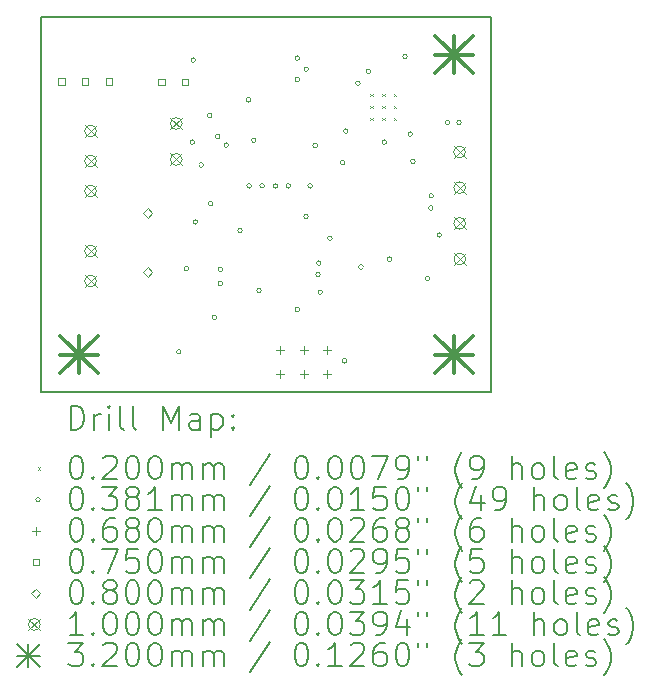
<source format=gbr>
%FSLAX45Y45*%
G04 Gerber Fmt 4.5, Leading zero omitted, Abs format (unit mm)*
G04 Created by KiCad (PCBNEW 6.0.0) date 2022-02-03 15:02:12*
%MOMM*%
%LPD*%
G01*
G04 APERTURE LIST*
%TA.AperFunction,Profile*%
%ADD10C,0.150000*%
%TD*%
%ADD11C,0.200000*%
%ADD12C,0.020000*%
%ADD13C,0.038100*%
%ADD14C,0.068000*%
%ADD15C,0.075000*%
%ADD16C,0.080000*%
%ADD17C,0.100000*%
%ADD18C,0.320000*%
G04 APERTURE END LIST*
D10*
X16510000Y-9461500D02*
X12700000Y-9461500D01*
X12700000Y-9461500D02*
X12700000Y-6286500D01*
X12700000Y-6286500D02*
X16510000Y-6286500D01*
X16510000Y-6286500D02*
X16510000Y-9461500D01*
D11*
D12*
X15488000Y-6937000D02*
X15508000Y-6957000D01*
X15508000Y-6937000D02*
X15488000Y-6957000D01*
X15488000Y-7037000D02*
X15508000Y-7057000D01*
X15508000Y-7037000D02*
X15488000Y-7057000D01*
X15488000Y-7137000D02*
X15508000Y-7157000D01*
X15508000Y-7137000D02*
X15488000Y-7157000D01*
X15588000Y-7037000D02*
X15608000Y-7057000D01*
X15608000Y-7037000D02*
X15588000Y-7057000D01*
X15588000Y-7137000D02*
X15608000Y-7157000D01*
X15608000Y-7137000D02*
X15588000Y-7157000D01*
X15588000Y-6937000D02*
X15608000Y-6957000D01*
X15608000Y-6937000D02*
X15588000Y-6957000D01*
X15688000Y-6937000D02*
X15708000Y-6957000D01*
X15708000Y-6937000D02*
X15688000Y-6957000D01*
X15688000Y-7037000D02*
X15708000Y-7057000D01*
X15708000Y-7037000D02*
X15688000Y-7057000D01*
X15688000Y-7137000D02*
X15708000Y-7157000D01*
X15708000Y-7137000D02*
X15688000Y-7157000D01*
D13*
X13884910Y-9121140D02*
G75*
G03*
X13884910Y-9121140I-19050J0D01*
G01*
X13948410Y-8417560D02*
G75*
G03*
X13948410Y-8417560I-19050J0D01*
G01*
X13999050Y-7345000D02*
G75*
G03*
X13999050Y-7345000I-19050J0D01*
G01*
X14006830Y-6650990D02*
G75*
G03*
X14006830Y-6650990I-19050J0D01*
G01*
X14024610Y-8021320D02*
G75*
G03*
X14024610Y-8021320I-19050J0D01*
G01*
X14072870Y-7538820D02*
G75*
G03*
X14072870Y-7538820I-19050J0D01*
G01*
X14145470Y-7119620D02*
G75*
G03*
X14145470Y-7119620I-19050J0D01*
G01*
X14154405Y-7866330D02*
G75*
G03*
X14154405Y-7866330I-19050J0D01*
G01*
X14184630Y-8829040D02*
G75*
G03*
X14184630Y-8829040I-19050J0D01*
G01*
X14214050Y-7297421D02*
G75*
G03*
X14214050Y-7297421I-19050J0D01*
G01*
X14236050Y-8542000D02*
G75*
G03*
X14236050Y-8542000I-19050J0D01*
G01*
X14237050Y-8422000D02*
G75*
G03*
X14237050Y-8422000I-19050J0D01*
G01*
X14285130Y-7370000D02*
G75*
G03*
X14285130Y-7370000I-19050J0D01*
G01*
X14403050Y-8094080D02*
G75*
G03*
X14403050Y-8094080I-19050J0D01*
G01*
X14474050Y-6987500D02*
G75*
G03*
X14474050Y-6987500I-19050J0D01*
G01*
X14479050Y-7716163D02*
G75*
G03*
X14479050Y-7716163I-19050J0D01*
G01*
X14519050Y-7330000D02*
G75*
G03*
X14519050Y-7330000I-19050J0D01*
G01*
X14564050Y-8602500D02*
G75*
G03*
X14564050Y-8602500I-19050J0D01*
G01*
X14589050Y-7716163D02*
G75*
G03*
X14589050Y-7716163I-19050J0D01*
G01*
X14702530Y-7716163D02*
G75*
G03*
X14702530Y-7716163I-19050J0D01*
G01*
X14812050Y-7716163D02*
G75*
G03*
X14812050Y-7716163I-19050J0D01*
G01*
X14887800Y-6634375D02*
G75*
G03*
X14887800Y-6634375I-19050J0D01*
G01*
X14887800Y-6815625D02*
G75*
G03*
X14887800Y-6815625I-19050J0D01*
G01*
X14888210Y-8763000D02*
G75*
G03*
X14888210Y-8763000I-19050J0D01*
G01*
X14961868Y-7975600D02*
G75*
G03*
X14961868Y-7975600I-19050J0D01*
G01*
X14962800Y-6728125D02*
G75*
G03*
X14962800Y-6728125I-19050J0D01*
G01*
X14995760Y-7716163D02*
G75*
G03*
X14995760Y-7716163I-19050J0D01*
G01*
X15039050Y-7374080D02*
G75*
G03*
X15039050Y-7374080I-19050J0D01*
G01*
X15062392Y-8465590D02*
G75*
G03*
X15062392Y-8465590I-19050J0D01*
G01*
X15069058Y-8369300D02*
G75*
G03*
X15069058Y-8369300I-19050J0D01*
G01*
X15081250Y-8615680D02*
G75*
G03*
X15081250Y-8615680I-19050J0D01*
G01*
X15163532Y-8158677D02*
G75*
G03*
X15163532Y-8158677I-19050J0D01*
G01*
X15272258Y-7519924D02*
G75*
G03*
X15272258Y-7519924I-19050J0D01*
G01*
X15287050Y-9197000D02*
G75*
G03*
X15287050Y-9197000I-19050J0D01*
G01*
X15297150Y-7251700D02*
G75*
G03*
X15297150Y-7251700I-19050J0D01*
G01*
X15401290Y-6846080D02*
G75*
G03*
X15401290Y-6846080I-19050J0D01*
G01*
X15426690Y-8402320D02*
G75*
G03*
X15426690Y-8402320I-19050J0D01*
G01*
X15488920Y-6746240D02*
G75*
G03*
X15488920Y-6746240I-19050J0D01*
G01*
X15624810Y-7345680D02*
G75*
G03*
X15624810Y-7345680I-19050J0D01*
G01*
X15667920Y-8336280D02*
G75*
G03*
X15667920Y-8336280I-19050J0D01*
G01*
X15799050Y-6620000D02*
G75*
G03*
X15799050Y-6620000I-19050J0D01*
G01*
X15843250Y-7277100D02*
G75*
G03*
X15843250Y-7277100I-19050J0D01*
G01*
X15866110Y-7508240D02*
G75*
G03*
X15866110Y-7508240I-19050J0D01*
G01*
X15990570Y-8498840D02*
G75*
G03*
X15990570Y-8498840I-19050J0D01*
G01*
X16018510Y-7903210D02*
G75*
G03*
X16018510Y-7903210I-19050J0D01*
G01*
X16021050Y-7799580D02*
G75*
G03*
X16021050Y-7799580I-19050J0D01*
G01*
X16089630Y-8131810D02*
G75*
G03*
X16089630Y-8131810I-19050J0D01*
G01*
X16159757Y-7180053D02*
G75*
G03*
X16159757Y-7180053I-19050J0D01*
G01*
X16257270Y-7180580D02*
G75*
G03*
X16257270Y-7180580I-19050J0D01*
G01*
D14*
X14722500Y-9073500D02*
X14722500Y-9141500D01*
X14688500Y-9107500D02*
X14756500Y-9107500D01*
X14722500Y-9273500D02*
X14722500Y-9341500D01*
X14688500Y-9307500D02*
X14756500Y-9307500D01*
X14922500Y-9073500D02*
X14922500Y-9141500D01*
X14888500Y-9107500D02*
X14956500Y-9107500D01*
X14922500Y-9273500D02*
X14922500Y-9341500D01*
X14888500Y-9307500D02*
X14956500Y-9307500D01*
X15122500Y-9073500D02*
X15122500Y-9141500D01*
X15088500Y-9107500D02*
X15156500Y-9107500D01*
X15122500Y-9273500D02*
X15122500Y-9341500D01*
X15088500Y-9307500D02*
X15156500Y-9307500D01*
D15*
X12898017Y-6859117D02*
X12898017Y-6806083D01*
X12844983Y-6806083D01*
X12844983Y-6859117D01*
X12898017Y-6859117D01*
X13098017Y-6859117D02*
X13098017Y-6806083D01*
X13044983Y-6806083D01*
X13044983Y-6859117D01*
X13098017Y-6859117D01*
X13298017Y-6859117D02*
X13298017Y-6806083D01*
X13244983Y-6806083D01*
X13244983Y-6859117D01*
X13298017Y-6859117D01*
X13745267Y-6860892D02*
X13745267Y-6807858D01*
X13692233Y-6807858D01*
X13692233Y-6860892D01*
X13745267Y-6860892D01*
X13945267Y-6860892D02*
X13945267Y-6807858D01*
X13892233Y-6807858D01*
X13892233Y-6860892D01*
X13945267Y-6860892D01*
D16*
X13602208Y-7984860D02*
X13642208Y-7944860D01*
X13602208Y-7904860D01*
X13562208Y-7944860D01*
X13602208Y-7984860D01*
X13602208Y-8484860D02*
X13642208Y-8444860D01*
X13602208Y-8404860D01*
X13562208Y-8444860D01*
X13602208Y-8484860D01*
D17*
X13069100Y-7201700D02*
X13169100Y-7301700D01*
X13169100Y-7201700D02*
X13069100Y-7301700D01*
X13169100Y-7251700D02*
G75*
G03*
X13169100Y-7251700I-50000J0D01*
G01*
X13069100Y-7455700D02*
X13169100Y-7555700D01*
X13169100Y-7455700D02*
X13069100Y-7555700D01*
X13169100Y-7505700D02*
G75*
G03*
X13169100Y-7505700I-50000J0D01*
G01*
X13069100Y-7709700D02*
X13169100Y-7809700D01*
X13169100Y-7709700D02*
X13069100Y-7809700D01*
X13169100Y-7759700D02*
G75*
G03*
X13169100Y-7759700I-50000J0D01*
G01*
X13069100Y-8217700D02*
X13169100Y-8317700D01*
X13169100Y-8217700D02*
X13069100Y-8317700D01*
X13169100Y-8267700D02*
G75*
G03*
X13169100Y-8267700I-50000J0D01*
G01*
X13069100Y-8471700D02*
X13169100Y-8571700D01*
X13169100Y-8471700D02*
X13069100Y-8571700D01*
X13169100Y-8521700D02*
G75*
G03*
X13169100Y-8521700I-50000J0D01*
G01*
X13793000Y-7138200D02*
X13893000Y-7238200D01*
X13893000Y-7138200D02*
X13793000Y-7238200D01*
X13893000Y-7188200D02*
G75*
G03*
X13893000Y-7188200I-50000J0D01*
G01*
X13793000Y-7441730D02*
X13893000Y-7541730D01*
X13893000Y-7441730D02*
X13793000Y-7541730D01*
X13893000Y-7491730D02*
G75*
G03*
X13893000Y-7491730I-50000J0D01*
G01*
X16193000Y-7380000D02*
X16293000Y-7480000D01*
X16293000Y-7380000D02*
X16193000Y-7480000D01*
X16293000Y-7430000D02*
G75*
G03*
X16293000Y-7430000I-50000J0D01*
G01*
X16193000Y-7681000D02*
X16293000Y-7781000D01*
X16293000Y-7681000D02*
X16193000Y-7781000D01*
X16293000Y-7731000D02*
G75*
G03*
X16293000Y-7731000I-50000J0D01*
G01*
X16193000Y-7983000D02*
X16293000Y-8083000D01*
X16293000Y-7983000D02*
X16193000Y-8083000D01*
X16293000Y-8033000D02*
G75*
G03*
X16293000Y-8033000I-50000J0D01*
G01*
X16194000Y-8285000D02*
X16294000Y-8385000D01*
X16294000Y-8285000D02*
X16194000Y-8385000D01*
X16294000Y-8335000D02*
G75*
G03*
X16294000Y-8335000I-50000J0D01*
G01*
D18*
X12857500Y-8984000D02*
X13177500Y-9304000D01*
X13177500Y-8984000D02*
X12857500Y-9304000D01*
X13017500Y-8984000D02*
X13017500Y-9304000D01*
X12857500Y-9144000D02*
X13177500Y-9144000D01*
X16032500Y-6444000D02*
X16352500Y-6764000D01*
X16352500Y-6444000D02*
X16032500Y-6764000D01*
X16192500Y-6444000D02*
X16192500Y-6764000D01*
X16032500Y-6604000D02*
X16352500Y-6604000D01*
X16032500Y-8984000D02*
X16352500Y-9304000D01*
X16352500Y-8984000D02*
X16032500Y-9304000D01*
X16192500Y-8984000D02*
X16192500Y-9304000D01*
X16032500Y-9144000D02*
X16352500Y-9144000D01*
D11*
X12950119Y-9779476D02*
X12950119Y-9579476D01*
X12997738Y-9579476D01*
X13026309Y-9589000D01*
X13045357Y-9608048D01*
X13054881Y-9627095D01*
X13064405Y-9665190D01*
X13064405Y-9693762D01*
X13054881Y-9731857D01*
X13045357Y-9750905D01*
X13026309Y-9769952D01*
X12997738Y-9779476D01*
X12950119Y-9779476D01*
X13150119Y-9779476D02*
X13150119Y-9646143D01*
X13150119Y-9684238D02*
X13159643Y-9665190D01*
X13169167Y-9655667D01*
X13188214Y-9646143D01*
X13207262Y-9646143D01*
X13273928Y-9779476D02*
X13273928Y-9646143D01*
X13273928Y-9579476D02*
X13264405Y-9589000D01*
X13273928Y-9598524D01*
X13283452Y-9589000D01*
X13273928Y-9579476D01*
X13273928Y-9598524D01*
X13397738Y-9779476D02*
X13378690Y-9769952D01*
X13369167Y-9750905D01*
X13369167Y-9579476D01*
X13502500Y-9779476D02*
X13483452Y-9769952D01*
X13473928Y-9750905D01*
X13473928Y-9579476D01*
X13731071Y-9779476D02*
X13731071Y-9579476D01*
X13797738Y-9722333D01*
X13864405Y-9579476D01*
X13864405Y-9779476D01*
X14045357Y-9779476D02*
X14045357Y-9674714D01*
X14035833Y-9655667D01*
X14016786Y-9646143D01*
X13978690Y-9646143D01*
X13959643Y-9655667D01*
X14045357Y-9769952D02*
X14026309Y-9779476D01*
X13978690Y-9779476D01*
X13959643Y-9769952D01*
X13950119Y-9750905D01*
X13950119Y-9731857D01*
X13959643Y-9712810D01*
X13978690Y-9703286D01*
X14026309Y-9703286D01*
X14045357Y-9693762D01*
X14140595Y-9646143D02*
X14140595Y-9846143D01*
X14140595Y-9655667D02*
X14159643Y-9646143D01*
X14197738Y-9646143D01*
X14216786Y-9655667D01*
X14226309Y-9665190D01*
X14235833Y-9684238D01*
X14235833Y-9741381D01*
X14226309Y-9760429D01*
X14216786Y-9769952D01*
X14197738Y-9779476D01*
X14159643Y-9779476D01*
X14140595Y-9769952D01*
X14321548Y-9760429D02*
X14331071Y-9769952D01*
X14321548Y-9779476D01*
X14312024Y-9769952D01*
X14321548Y-9760429D01*
X14321548Y-9779476D01*
X14321548Y-9655667D02*
X14331071Y-9665190D01*
X14321548Y-9674714D01*
X14312024Y-9665190D01*
X14321548Y-9655667D01*
X14321548Y-9674714D01*
D12*
X12672500Y-10099000D02*
X12692500Y-10119000D01*
X12692500Y-10099000D02*
X12672500Y-10119000D01*
D11*
X12988214Y-9999476D02*
X13007262Y-9999476D01*
X13026309Y-10009000D01*
X13035833Y-10018524D01*
X13045357Y-10037571D01*
X13054881Y-10075667D01*
X13054881Y-10123286D01*
X13045357Y-10161381D01*
X13035833Y-10180429D01*
X13026309Y-10189952D01*
X13007262Y-10199476D01*
X12988214Y-10199476D01*
X12969167Y-10189952D01*
X12959643Y-10180429D01*
X12950119Y-10161381D01*
X12940595Y-10123286D01*
X12940595Y-10075667D01*
X12950119Y-10037571D01*
X12959643Y-10018524D01*
X12969167Y-10009000D01*
X12988214Y-9999476D01*
X13140595Y-10180429D02*
X13150119Y-10189952D01*
X13140595Y-10199476D01*
X13131071Y-10189952D01*
X13140595Y-10180429D01*
X13140595Y-10199476D01*
X13226309Y-10018524D02*
X13235833Y-10009000D01*
X13254881Y-9999476D01*
X13302500Y-9999476D01*
X13321548Y-10009000D01*
X13331071Y-10018524D01*
X13340595Y-10037571D01*
X13340595Y-10056619D01*
X13331071Y-10085190D01*
X13216786Y-10199476D01*
X13340595Y-10199476D01*
X13464405Y-9999476D02*
X13483452Y-9999476D01*
X13502500Y-10009000D01*
X13512024Y-10018524D01*
X13521548Y-10037571D01*
X13531071Y-10075667D01*
X13531071Y-10123286D01*
X13521548Y-10161381D01*
X13512024Y-10180429D01*
X13502500Y-10189952D01*
X13483452Y-10199476D01*
X13464405Y-10199476D01*
X13445357Y-10189952D01*
X13435833Y-10180429D01*
X13426309Y-10161381D01*
X13416786Y-10123286D01*
X13416786Y-10075667D01*
X13426309Y-10037571D01*
X13435833Y-10018524D01*
X13445357Y-10009000D01*
X13464405Y-9999476D01*
X13654881Y-9999476D02*
X13673928Y-9999476D01*
X13692976Y-10009000D01*
X13702500Y-10018524D01*
X13712024Y-10037571D01*
X13721548Y-10075667D01*
X13721548Y-10123286D01*
X13712024Y-10161381D01*
X13702500Y-10180429D01*
X13692976Y-10189952D01*
X13673928Y-10199476D01*
X13654881Y-10199476D01*
X13635833Y-10189952D01*
X13626309Y-10180429D01*
X13616786Y-10161381D01*
X13607262Y-10123286D01*
X13607262Y-10075667D01*
X13616786Y-10037571D01*
X13626309Y-10018524D01*
X13635833Y-10009000D01*
X13654881Y-9999476D01*
X13807262Y-10199476D02*
X13807262Y-10066143D01*
X13807262Y-10085190D02*
X13816786Y-10075667D01*
X13835833Y-10066143D01*
X13864405Y-10066143D01*
X13883452Y-10075667D01*
X13892976Y-10094714D01*
X13892976Y-10199476D01*
X13892976Y-10094714D02*
X13902500Y-10075667D01*
X13921548Y-10066143D01*
X13950119Y-10066143D01*
X13969167Y-10075667D01*
X13978690Y-10094714D01*
X13978690Y-10199476D01*
X14073928Y-10199476D02*
X14073928Y-10066143D01*
X14073928Y-10085190D02*
X14083452Y-10075667D01*
X14102500Y-10066143D01*
X14131071Y-10066143D01*
X14150119Y-10075667D01*
X14159643Y-10094714D01*
X14159643Y-10199476D01*
X14159643Y-10094714D02*
X14169167Y-10075667D01*
X14188214Y-10066143D01*
X14216786Y-10066143D01*
X14235833Y-10075667D01*
X14245357Y-10094714D01*
X14245357Y-10199476D01*
X14635833Y-9989952D02*
X14464405Y-10247095D01*
X14892976Y-9999476D02*
X14912024Y-9999476D01*
X14931071Y-10009000D01*
X14940595Y-10018524D01*
X14950119Y-10037571D01*
X14959643Y-10075667D01*
X14959643Y-10123286D01*
X14950119Y-10161381D01*
X14940595Y-10180429D01*
X14931071Y-10189952D01*
X14912024Y-10199476D01*
X14892976Y-10199476D01*
X14873928Y-10189952D01*
X14864405Y-10180429D01*
X14854881Y-10161381D01*
X14845357Y-10123286D01*
X14845357Y-10075667D01*
X14854881Y-10037571D01*
X14864405Y-10018524D01*
X14873928Y-10009000D01*
X14892976Y-9999476D01*
X15045357Y-10180429D02*
X15054881Y-10189952D01*
X15045357Y-10199476D01*
X15035833Y-10189952D01*
X15045357Y-10180429D01*
X15045357Y-10199476D01*
X15178690Y-9999476D02*
X15197738Y-9999476D01*
X15216786Y-10009000D01*
X15226309Y-10018524D01*
X15235833Y-10037571D01*
X15245357Y-10075667D01*
X15245357Y-10123286D01*
X15235833Y-10161381D01*
X15226309Y-10180429D01*
X15216786Y-10189952D01*
X15197738Y-10199476D01*
X15178690Y-10199476D01*
X15159643Y-10189952D01*
X15150119Y-10180429D01*
X15140595Y-10161381D01*
X15131071Y-10123286D01*
X15131071Y-10075667D01*
X15140595Y-10037571D01*
X15150119Y-10018524D01*
X15159643Y-10009000D01*
X15178690Y-9999476D01*
X15369167Y-9999476D02*
X15388214Y-9999476D01*
X15407262Y-10009000D01*
X15416786Y-10018524D01*
X15426309Y-10037571D01*
X15435833Y-10075667D01*
X15435833Y-10123286D01*
X15426309Y-10161381D01*
X15416786Y-10180429D01*
X15407262Y-10189952D01*
X15388214Y-10199476D01*
X15369167Y-10199476D01*
X15350119Y-10189952D01*
X15340595Y-10180429D01*
X15331071Y-10161381D01*
X15321548Y-10123286D01*
X15321548Y-10075667D01*
X15331071Y-10037571D01*
X15340595Y-10018524D01*
X15350119Y-10009000D01*
X15369167Y-9999476D01*
X15502500Y-9999476D02*
X15635833Y-9999476D01*
X15550119Y-10199476D01*
X15721548Y-10199476D02*
X15759643Y-10199476D01*
X15778690Y-10189952D01*
X15788214Y-10180429D01*
X15807262Y-10151857D01*
X15816786Y-10113762D01*
X15816786Y-10037571D01*
X15807262Y-10018524D01*
X15797738Y-10009000D01*
X15778690Y-9999476D01*
X15740595Y-9999476D01*
X15721548Y-10009000D01*
X15712024Y-10018524D01*
X15702500Y-10037571D01*
X15702500Y-10085190D01*
X15712024Y-10104238D01*
X15721548Y-10113762D01*
X15740595Y-10123286D01*
X15778690Y-10123286D01*
X15797738Y-10113762D01*
X15807262Y-10104238D01*
X15816786Y-10085190D01*
X15892976Y-9999476D02*
X15892976Y-10037571D01*
X15969167Y-9999476D02*
X15969167Y-10037571D01*
X16264405Y-10275667D02*
X16254881Y-10266143D01*
X16235833Y-10237571D01*
X16226309Y-10218524D01*
X16216786Y-10189952D01*
X16207262Y-10142333D01*
X16207262Y-10104238D01*
X16216786Y-10056619D01*
X16226309Y-10028048D01*
X16235833Y-10009000D01*
X16254881Y-9980429D01*
X16264405Y-9970905D01*
X16350119Y-10199476D02*
X16388214Y-10199476D01*
X16407262Y-10189952D01*
X16416786Y-10180429D01*
X16435833Y-10151857D01*
X16445357Y-10113762D01*
X16445357Y-10037571D01*
X16435833Y-10018524D01*
X16426309Y-10009000D01*
X16407262Y-9999476D01*
X16369167Y-9999476D01*
X16350119Y-10009000D01*
X16340595Y-10018524D01*
X16331071Y-10037571D01*
X16331071Y-10085190D01*
X16340595Y-10104238D01*
X16350119Y-10113762D01*
X16369167Y-10123286D01*
X16407262Y-10123286D01*
X16426309Y-10113762D01*
X16435833Y-10104238D01*
X16445357Y-10085190D01*
X16683452Y-10199476D02*
X16683452Y-9999476D01*
X16769167Y-10199476D02*
X16769167Y-10094714D01*
X16759643Y-10075667D01*
X16740595Y-10066143D01*
X16712024Y-10066143D01*
X16692976Y-10075667D01*
X16683452Y-10085190D01*
X16892976Y-10199476D02*
X16873929Y-10189952D01*
X16864405Y-10180429D01*
X16854881Y-10161381D01*
X16854881Y-10104238D01*
X16864405Y-10085190D01*
X16873929Y-10075667D01*
X16892976Y-10066143D01*
X16921548Y-10066143D01*
X16940595Y-10075667D01*
X16950119Y-10085190D01*
X16959643Y-10104238D01*
X16959643Y-10161381D01*
X16950119Y-10180429D01*
X16940595Y-10189952D01*
X16921548Y-10199476D01*
X16892976Y-10199476D01*
X17073929Y-10199476D02*
X17054881Y-10189952D01*
X17045357Y-10170905D01*
X17045357Y-9999476D01*
X17226310Y-10189952D02*
X17207262Y-10199476D01*
X17169167Y-10199476D01*
X17150119Y-10189952D01*
X17140595Y-10170905D01*
X17140595Y-10094714D01*
X17150119Y-10075667D01*
X17169167Y-10066143D01*
X17207262Y-10066143D01*
X17226310Y-10075667D01*
X17235833Y-10094714D01*
X17235833Y-10113762D01*
X17140595Y-10132810D01*
X17312024Y-10189952D02*
X17331071Y-10199476D01*
X17369167Y-10199476D01*
X17388214Y-10189952D01*
X17397738Y-10170905D01*
X17397738Y-10161381D01*
X17388214Y-10142333D01*
X17369167Y-10132810D01*
X17340595Y-10132810D01*
X17321548Y-10123286D01*
X17312024Y-10104238D01*
X17312024Y-10094714D01*
X17321548Y-10075667D01*
X17340595Y-10066143D01*
X17369167Y-10066143D01*
X17388214Y-10075667D01*
X17464405Y-10275667D02*
X17473929Y-10266143D01*
X17492976Y-10237571D01*
X17502500Y-10218524D01*
X17512024Y-10189952D01*
X17521548Y-10142333D01*
X17521548Y-10104238D01*
X17512024Y-10056619D01*
X17502500Y-10028048D01*
X17492976Y-10009000D01*
X17473929Y-9980429D01*
X17464405Y-9970905D01*
D13*
X12692500Y-10373000D02*
G75*
G03*
X12692500Y-10373000I-19050J0D01*
G01*
D11*
X12988214Y-10263476D02*
X13007262Y-10263476D01*
X13026309Y-10273000D01*
X13035833Y-10282524D01*
X13045357Y-10301571D01*
X13054881Y-10339667D01*
X13054881Y-10387286D01*
X13045357Y-10425381D01*
X13035833Y-10444429D01*
X13026309Y-10453952D01*
X13007262Y-10463476D01*
X12988214Y-10463476D01*
X12969167Y-10453952D01*
X12959643Y-10444429D01*
X12950119Y-10425381D01*
X12940595Y-10387286D01*
X12940595Y-10339667D01*
X12950119Y-10301571D01*
X12959643Y-10282524D01*
X12969167Y-10273000D01*
X12988214Y-10263476D01*
X13140595Y-10444429D02*
X13150119Y-10453952D01*
X13140595Y-10463476D01*
X13131071Y-10453952D01*
X13140595Y-10444429D01*
X13140595Y-10463476D01*
X13216786Y-10263476D02*
X13340595Y-10263476D01*
X13273928Y-10339667D01*
X13302500Y-10339667D01*
X13321548Y-10349190D01*
X13331071Y-10358714D01*
X13340595Y-10377762D01*
X13340595Y-10425381D01*
X13331071Y-10444429D01*
X13321548Y-10453952D01*
X13302500Y-10463476D01*
X13245357Y-10463476D01*
X13226309Y-10453952D01*
X13216786Y-10444429D01*
X13454881Y-10349190D02*
X13435833Y-10339667D01*
X13426309Y-10330143D01*
X13416786Y-10311095D01*
X13416786Y-10301571D01*
X13426309Y-10282524D01*
X13435833Y-10273000D01*
X13454881Y-10263476D01*
X13492976Y-10263476D01*
X13512024Y-10273000D01*
X13521548Y-10282524D01*
X13531071Y-10301571D01*
X13531071Y-10311095D01*
X13521548Y-10330143D01*
X13512024Y-10339667D01*
X13492976Y-10349190D01*
X13454881Y-10349190D01*
X13435833Y-10358714D01*
X13426309Y-10368238D01*
X13416786Y-10387286D01*
X13416786Y-10425381D01*
X13426309Y-10444429D01*
X13435833Y-10453952D01*
X13454881Y-10463476D01*
X13492976Y-10463476D01*
X13512024Y-10453952D01*
X13521548Y-10444429D01*
X13531071Y-10425381D01*
X13531071Y-10387286D01*
X13521548Y-10368238D01*
X13512024Y-10358714D01*
X13492976Y-10349190D01*
X13721548Y-10463476D02*
X13607262Y-10463476D01*
X13664405Y-10463476D02*
X13664405Y-10263476D01*
X13645357Y-10292048D01*
X13626309Y-10311095D01*
X13607262Y-10320619D01*
X13807262Y-10463476D02*
X13807262Y-10330143D01*
X13807262Y-10349190D02*
X13816786Y-10339667D01*
X13835833Y-10330143D01*
X13864405Y-10330143D01*
X13883452Y-10339667D01*
X13892976Y-10358714D01*
X13892976Y-10463476D01*
X13892976Y-10358714D02*
X13902500Y-10339667D01*
X13921548Y-10330143D01*
X13950119Y-10330143D01*
X13969167Y-10339667D01*
X13978690Y-10358714D01*
X13978690Y-10463476D01*
X14073928Y-10463476D02*
X14073928Y-10330143D01*
X14073928Y-10349190D02*
X14083452Y-10339667D01*
X14102500Y-10330143D01*
X14131071Y-10330143D01*
X14150119Y-10339667D01*
X14159643Y-10358714D01*
X14159643Y-10463476D01*
X14159643Y-10358714D02*
X14169167Y-10339667D01*
X14188214Y-10330143D01*
X14216786Y-10330143D01*
X14235833Y-10339667D01*
X14245357Y-10358714D01*
X14245357Y-10463476D01*
X14635833Y-10253952D02*
X14464405Y-10511095D01*
X14892976Y-10263476D02*
X14912024Y-10263476D01*
X14931071Y-10273000D01*
X14940595Y-10282524D01*
X14950119Y-10301571D01*
X14959643Y-10339667D01*
X14959643Y-10387286D01*
X14950119Y-10425381D01*
X14940595Y-10444429D01*
X14931071Y-10453952D01*
X14912024Y-10463476D01*
X14892976Y-10463476D01*
X14873928Y-10453952D01*
X14864405Y-10444429D01*
X14854881Y-10425381D01*
X14845357Y-10387286D01*
X14845357Y-10339667D01*
X14854881Y-10301571D01*
X14864405Y-10282524D01*
X14873928Y-10273000D01*
X14892976Y-10263476D01*
X15045357Y-10444429D02*
X15054881Y-10453952D01*
X15045357Y-10463476D01*
X15035833Y-10453952D01*
X15045357Y-10444429D01*
X15045357Y-10463476D01*
X15178690Y-10263476D02*
X15197738Y-10263476D01*
X15216786Y-10273000D01*
X15226309Y-10282524D01*
X15235833Y-10301571D01*
X15245357Y-10339667D01*
X15245357Y-10387286D01*
X15235833Y-10425381D01*
X15226309Y-10444429D01*
X15216786Y-10453952D01*
X15197738Y-10463476D01*
X15178690Y-10463476D01*
X15159643Y-10453952D01*
X15150119Y-10444429D01*
X15140595Y-10425381D01*
X15131071Y-10387286D01*
X15131071Y-10339667D01*
X15140595Y-10301571D01*
X15150119Y-10282524D01*
X15159643Y-10273000D01*
X15178690Y-10263476D01*
X15435833Y-10463476D02*
X15321548Y-10463476D01*
X15378690Y-10463476D02*
X15378690Y-10263476D01*
X15359643Y-10292048D01*
X15340595Y-10311095D01*
X15321548Y-10320619D01*
X15616786Y-10263476D02*
X15521548Y-10263476D01*
X15512024Y-10358714D01*
X15521548Y-10349190D01*
X15540595Y-10339667D01*
X15588214Y-10339667D01*
X15607262Y-10349190D01*
X15616786Y-10358714D01*
X15626309Y-10377762D01*
X15626309Y-10425381D01*
X15616786Y-10444429D01*
X15607262Y-10453952D01*
X15588214Y-10463476D01*
X15540595Y-10463476D01*
X15521548Y-10453952D01*
X15512024Y-10444429D01*
X15750119Y-10263476D02*
X15769167Y-10263476D01*
X15788214Y-10273000D01*
X15797738Y-10282524D01*
X15807262Y-10301571D01*
X15816786Y-10339667D01*
X15816786Y-10387286D01*
X15807262Y-10425381D01*
X15797738Y-10444429D01*
X15788214Y-10453952D01*
X15769167Y-10463476D01*
X15750119Y-10463476D01*
X15731071Y-10453952D01*
X15721548Y-10444429D01*
X15712024Y-10425381D01*
X15702500Y-10387286D01*
X15702500Y-10339667D01*
X15712024Y-10301571D01*
X15721548Y-10282524D01*
X15731071Y-10273000D01*
X15750119Y-10263476D01*
X15892976Y-10263476D02*
X15892976Y-10301571D01*
X15969167Y-10263476D02*
X15969167Y-10301571D01*
X16264405Y-10539667D02*
X16254881Y-10530143D01*
X16235833Y-10501571D01*
X16226309Y-10482524D01*
X16216786Y-10453952D01*
X16207262Y-10406333D01*
X16207262Y-10368238D01*
X16216786Y-10320619D01*
X16226309Y-10292048D01*
X16235833Y-10273000D01*
X16254881Y-10244429D01*
X16264405Y-10234905D01*
X16426309Y-10330143D02*
X16426309Y-10463476D01*
X16378690Y-10253952D02*
X16331071Y-10396810D01*
X16454881Y-10396810D01*
X16540595Y-10463476D02*
X16578690Y-10463476D01*
X16597738Y-10453952D01*
X16607262Y-10444429D01*
X16626309Y-10415857D01*
X16635833Y-10377762D01*
X16635833Y-10301571D01*
X16626309Y-10282524D01*
X16616786Y-10273000D01*
X16597738Y-10263476D01*
X16559643Y-10263476D01*
X16540595Y-10273000D01*
X16531071Y-10282524D01*
X16521548Y-10301571D01*
X16521548Y-10349190D01*
X16531071Y-10368238D01*
X16540595Y-10377762D01*
X16559643Y-10387286D01*
X16597738Y-10387286D01*
X16616786Y-10377762D01*
X16626309Y-10368238D01*
X16635833Y-10349190D01*
X16873929Y-10463476D02*
X16873929Y-10263476D01*
X16959643Y-10463476D02*
X16959643Y-10358714D01*
X16950119Y-10339667D01*
X16931071Y-10330143D01*
X16902500Y-10330143D01*
X16883452Y-10339667D01*
X16873929Y-10349190D01*
X17083452Y-10463476D02*
X17064405Y-10453952D01*
X17054881Y-10444429D01*
X17045357Y-10425381D01*
X17045357Y-10368238D01*
X17054881Y-10349190D01*
X17064405Y-10339667D01*
X17083452Y-10330143D01*
X17112024Y-10330143D01*
X17131071Y-10339667D01*
X17140595Y-10349190D01*
X17150119Y-10368238D01*
X17150119Y-10425381D01*
X17140595Y-10444429D01*
X17131071Y-10453952D01*
X17112024Y-10463476D01*
X17083452Y-10463476D01*
X17264405Y-10463476D02*
X17245357Y-10453952D01*
X17235833Y-10434905D01*
X17235833Y-10263476D01*
X17416786Y-10453952D02*
X17397738Y-10463476D01*
X17359643Y-10463476D01*
X17340595Y-10453952D01*
X17331071Y-10434905D01*
X17331071Y-10358714D01*
X17340595Y-10339667D01*
X17359643Y-10330143D01*
X17397738Y-10330143D01*
X17416786Y-10339667D01*
X17426310Y-10358714D01*
X17426310Y-10377762D01*
X17331071Y-10396810D01*
X17502500Y-10453952D02*
X17521548Y-10463476D01*
X17559643Y-10463476D01*
X17578690Y-10453952D01*
X17588214Y-10434905D01*
X17588214Y-10425381D01*
X17578690Y-10406333D01*
X17559643Y-10396810D01*
X17531071Y-10396810D01*
X17512024Y-10387286D01*
X17502500Y-10368238D01*
X17502500Y-10358714D01*
X17512024Y-10339667D01*
X17531071Y-10330143D01*
X17559643Y-10330143D01*
X17578690Y-10339667D01*
X17654881Y-10539667D02*
X17664405Y-10530143D01*
X17683452Y-10501571D01*
X17692976Y-10482524D01*
X17702500Y-10453952D01*
X17712024Y-10406333D01*
X17712024Y-10368238D01*
X17702500Y-10320619D01*
X17692976Y-10292048D01*
X17683452Y-10273000D01*
X17664405Y-10244429D01*
X17654881Y-10234905D01*
D14*
X12658500Y-10603000D02*
X12658500Y-10671000D01*
X12624500Y-10637000D02*
X12692500Y-10637000D01*
D11*
X12988214Y-10527476D02*
X13007262Y-10527476D01*
X13026309Y-10537000D01*
X13035833Y-10546524D01*
X13045357Y-10565571D01*
X13054881Y-10603667D01*
X13054881Y-10651286D01*
X13045357Y-10689381D01*
X13035833Y-10708429D01*
X13026309Y-10717952D01*
X13007262Y-10727476D01*
X12988214Y-10727476D01*
X12969167Y-10717952D01*
X12959643Y-10708429D01*
X12950119Y-10689381D01*
X12940595Y-10651286D01*
X12940595Y-10603667D01*
X12950119Y-10565571D01*
X12959643Y-10546524D01*
X12969167Y-10537000D01*
X12988214Y-10527476D01*
X13140595Y-10708429D02*
X13150119Y-10717952D01*
X13140595Y-10727476D01*
X13131071Y-10717952D01*
X13140595Y-10708429D01*
X13140595Y-10727476D01*
X13321548Y-10527476D02*
X13283452Y-10527476D01*
X13264405Y-10537000D01*
X13254881Y-10546524D01*
X13235833Y-10575095D01*
X13226309Y-10613190D01*
X13226309Y-10689381D01*
X13235833Y-10708429D01*
X13245357Y-10717952D01*
X13264405Y-10727476D01*
X13302500Y-10727476D01*
X13321548Y-10717952D01*
X13331071Y-10708429D01*
X13340595Y-10689381D01*
X13340595Y-10641762D01*
X13331071Y-10622714D01*
X13321548Y-10613190D01*
X13302500Y-10603667D01*
X13264405Y-10603667D01*
X13245357Y-10613190D01*
X13235833Y-10622714D01*
X13226309Y-10641762D01*
X13454881Y-10613190D02*
X13435833Y-10603667D01*
X13426309Y-10594143D01*
X13416786Y-10575095D01*
X13416786Y-10565571D01*
X13426309Y-10546524D01*
X13435833Y-10537000D01*
X13454881Y-10527476D01*
X13492976Y-10527476D01*
X13512024Y-10537000D01*
X13521548Y-10546524D01*
X13531071Y-10565571D01*
X13531071Y-10575095D01*
X13521548Y-10594143D01*
X13512024Y-10603667D01*
X13492976Y-10613190D01*
X13454881Y-10613190D01*
X13435833Y-10622714D01*
X13426309Y-10632238D01*
X13416786Y-10651286D01*
X13416786Y-10689381D01*
X13426309Y-10708429D01*
X13435833Y-10717952D01*
X13454881Y-10727476D01*
X13492976Y-10727476D01*
X13512024Y-10717952D01*
X13521548Y-10708429D01*
X13531071Y-10689381D01*
X13531071Y-10651286D01*
X13521548Y-10632238D01*
X13512024Y-10622714D01*
X13492976Y-10613190D01*
X13654881Y-10527476D02*
X13673928Y-10527476D01*
X13692976Y-10537000D01*
X13702500Y-10546524D01*
X13712024Y-10565571D01*
X13721548Y-10603667D01*
X13721548Y-10651286D01*
X13712024Y-10689381D01*
X13702500Y-10708429D01*
X13692976Y-10717952D01*
X13673928Y-10727476D01*
X13654881Y-10727476D01*
X13635833Y-10717952D01*
X13626309Y-10708429D01*
X13616786Y-10689381D01*
X13607262Y-10651286D01*
X13607262Y-10603667D01*
X13616786Y-10565571D01*
X13626309Y-10546524D01*
X13635833Y-10537000D01*
X13654881Y-10527476D01*
X13807262Y-10727476D02*
X13807262Y-10594143D01*
X13807262Y-10613190D02*
X13816786Y-10603667D01*
X13835833Y-10594143D01*
X13864405Y-10594143D01*
X13883452Y-10603667D01*
X13892976Y-10622714D01*
X13892976Y-10727476D01*
X13892976Y-10622714D02*
X13902500Y-10603667D01*
X13921548Y-10594143D01*
X13950119Y-10594143D01*
X13969167Y-10603667D01*
X13978690Y-10622714D01*
X13978690Y-10727476D01*
X14073928Y-10727476D02*
X14073928Y-10594143D01*
X14073928Y-10613190D02*
X14083452Y-10603667D01*
X14102500Y-10594143D01*
X14131071Y-10594143D01*
X14150119Y-10603667D01*
X14159643Y-10622714D01*
X14159643Y-10727476D01*
X14159643Y-10622714D02*
X14169167Y-10603667D01*
X14188214Y-10594143D01*
X14216786Y-10594143D01*
X14235833Y-10603667D01*
X14245357Y-10622714D01*
X14245357Y-10727476D01*
X14635833Y-10517952D02*
X14464405Y-10775095D01*
X14892976Y-10527476D02*
X14912024Y-10527476D01*
X14931071Y-10537000D01*
X14940595Y-10546524D01*
X14950119Y-10565571D01*
X14959643Y-10603667D01*
X14959643Y-10651286D01*
X14950119Y-10689381D01*
X14940595Y-10708429D01*
X14931071Y-10717952D01*
X14912024Y-10727476D01*
X14892976Y-10727476D01*
X14873928Y-10717952D01*
X14864405Y-10708429D01*
X14854881Y-10689381D01*
X14845357Y-10651286D01*
X14845357Y-10603667D01*
X14854881Y-10565571D01*
X14864405Y-10546524D01*
X14873928Y-10537000D01*
X14892976Y-10527476D01*
X15045357Y-10708429D02*
X15054881Y-10717952D01*
X15045357Y-10727476D01*
X15035833Y-10717952D01*
X15045357Y-10708429D01*
X15045357Y-10727476D01*
X15178690Y-10527476D02*
X15197738Y-10527476D01*
X15216786Y-10537000D01*
X15226309Y-10546524D01*
X15235833Y-10565571D01*
X15245357Y-10603667D01*
X15245357Y-10651286D01*
X15235833Y-10689381D01*
X15226309Y-10708429D01*
X15216786Y-10717952D01*
X15197738Y-10727476D01*
X15178690Y-10727476D01*
X15159643Y-10717952D01*
X15150119Y-10708429D01*
X15140595Y-10689381D01*
X15131071Y-10651286D01*
X15131071Y-10603667D01*
X15140595Y-10565571D01*
X15150119Y-10546524D01*
X15159643Y-10537000D01*
X15178690Y-10527476D01*
X15321548Y-10546524D02*
X15331071Y-10537000D01*
X15350119Y-10527476D01*
X15397738Y-10527476D01*
X15416786Y-10537000D01*
X15426309Y-10546524D01*
X15435833Y-10565571D01*
X15435833Y-10584619D01*
X15426309Y-10613190D01*
X15312024Y-10727476D01*
X15435833Y-10727476D01*
X15607262Y-10527476D02*
X15569167Y-10527476D01*
X15550119Y-10537000D01*
X15540595Y-10546524D01*
X15521548Y-10575095D01*
X15512024Y-10613190D01*
X15512024Y-10689381D01*
X15521548Y-10708429D01*
X15531071Y-10717952D01*
X15550119Y-10727476D01*
X15588214Y-10727476D01*
X15607262Y-10717952D01*
X15616786Y-10708429D01*
X15626309Y-10689381D01*
X15626309Y-10641762D01*
X15616786Y-10622714D01*
X15607262Y-10613190D01*
X15588214Y-10603667D01*
X15550119Y-10603667D01*
X15531071Y-10613190D01*
X15521548Y-10622714D01*
X15512024Y-10641762D01*
X15740595Y-10613190D02*
X15721548Y-10603667D01*
X15712024Y-10594143D01*
X15702500Y-10575095D01*
X15702500Y-10565571D01*
X15712024Y-10546524D01*
X15721548Y-10537000D01*
X15740595Y-10527476D01*
X15778690Y-10527476D01*
X15797738Y-10537000D01*
X15807262Y-10546524D01*
X15816786Y-10565571D01*
X15816786Y-10575095D01*
X15807262Y-10594143D01*
X15797738Y-10603667D01*
X15778690Y-10613190D01*
X15740595Y-10613190D01*
X15721548Y-10622714D01*
X15712024Y-10632238D01*
X15702500Y-10651286D01*
X15702500Y-10689381D01*
X15712024Y-10708429D01*
X15721548Y-10717952D01*
X15740595Y-10727476D01*
X15778690Y-10727476D01*
X15797738Y-10717952D01*
X15807262Y-10708429D01*
X15816786Y-10689381D01*
X15816786Y-10651286D01*
X15807262Y-10632238D01*
X15797738Y-10622714D01*
X15778690Y-10613190D01*
X15892976Y-10527476D02*
X15892976Y-10565571D01*
X15969167Y-10527476D02*
X15969167Y-10565571D01*
X16264405Y-10803667D02*
X16254881Y-10794143D01*
X16235833Y-10765571D01*
X16226309Y-10746524D01*
X16216786Y-10717952D01*
X16207262Y-10670333D01*
X16207262Y-10632238D01*
X16216786Y-10584619D01*
X16226309Y-10556048D01*
X16235833Y-10537000D01*
X16254881Y-10508429D01*
X16264405Y-10498905D01*
X16426309Y-10527476D02*
X16388214Y-10527476D01*
X16369167Y-10537000D01*
X16359643Y-10546524D01*
X16340595Y-10575095D01*
X16331071Y-10613190D01*
X16331071Y-10689381D01*
X16340595Y-10708429D01*
X16350119Y-10717952D01*
X16369167Y-10727476D01*
X16407262Y-10727476D01*
X16426309Y-10717952D01*
X16435833Y-10708429D01*
X16445357Y-10689381D01*
X16445357Y-10641762D01*
X16435833Y-10622714D01*
X16426309Y-10613190D01*
X16407262Y-10603667D01*
X16369167Y-10603667D01*
X16350119Y-10613190D01*
X16340595Y-10622714D01*
X16331071Y-10641762D01*
X16683452Y-10727476D02*
X16683452Y-10527476D01*
X16769167Y-10727476D02*
X16769167Y-10622714D01*
X16759643Y-10603667D01*
X16740595Y-10594143D01*
X16712024Y-10594143D01*
X16692976Y-10603667D01*
X16683452Y-10613190D01*
X16892976Y-10727476D02*
X16873929Y-10717952D01*
X16864405Y-10708429D01*
X16854881Y-10689381D01*
X16854881Y-10632238D01*
X16864405Y-10613190D01*
X16873929Y-10603667D01*
X16892976Y-10594143D01*
X16921548Y-10594143D01*
X16940595Y-10603667D01*
X16950119Y-10613190D01*
X16959643Y-10632238D01*
X16959643Y-10689381D01*
X16950119Y-10708429D01*
X16940595Y-10717952D01*
X16921548Y-10727476D01*
X16892976Y-10727476D01*
X17073929Y-10727476D02*
X17054881Y-10717952D01*
X17045357Y-10698905D01*
X17045357Y-10527476D01*
X17226310Y-10717952D02*
X17207262Y-10727476D01*
X17169167Y-10727476D01*
X17150119Y-10717952D01*
X17140595Y-10698905D01*
X17140595Y-10622714D01*
X17150119Y-10603667D01*
X17169167Y-10594143D01*
X17207262Y-10594143D01*
X17226310Y-10603667D01*
X17235833Y-10622714D01*
X17235833Y-10641762D01*
X17140595Y-10660810D01*
X17312024Y-10717952D02*
X17331071Y-10727476D01*
X17369167Y-10727476D01*
X17388214Y-10717952D01*
X17397738Y-10698905D01*
X17397738Y-10689381D01*
X17388214Y-10670333D01*
X17369167Y-10660810D01*
X17340595Y-10660810D01*
X17321548Y-10651286D01*
X17312024Y-10632238D01*
X17312024Y-10622714D01*
X17321548Y-10603667D01*
X17340595Y-10594143D01*
X17369167Y-10594143D01*
X17388214Y-10603667D01*
X17464405Y-10803667D02*
X17473929Y-10794143D01*
X17492976Y-10765571D01*
X17502500Y-10746524D01*
X17512024Y-10717952D01*
X17521548Y-10670333D01*
X17521548Y-10632238D01*
X17512024Y-10584619D01*
X17502500Y-10556048D01*
X17492976Y-10537000D01*
X17473929Y-10508429D01*
X17464405Y-10498905D01*
D15*
X12681517Y-10927517D02*
X12681517Y-10874483D01*
X12628483Y-10874483D01*
X12628483Y-10927517D01*
X12681517Y-10927517D01*
D11*
X12988214Y-10791476D02*
X13007262Y-10791476D01*
X13026309Y-10801000D01*
X13035833Y-10810524D01*
X13045357Y-10829571D01*
X13054881Y-10867667D01*
X13054881Y-10915286D01*
X13045357Y-10953381D01*
X13035833Y-10972429D01*
X13026309Y-10981952D01*
X13007262Y-10991476D01*
X12988214Y-10991476D01*
X12969167Y-10981952D01*
X12959643Y-10972429D01*
X12950119Y-10953381D01*
X12940595Y-10915286D01*
X12940595Y-10867667D01*
X12950119Y-10829571D01*
X12959643Y-10810524D01*
X12969167Y-10801000D01*
X12988214Y-10791476D01*
X13140595Y-10972429D02*
X13150119Y-10981952D01*
X13140595Y-10991476D01*
X13131071Y-10981952D01*
X13140595Y-10972429D01*
X13140595Y-10991476D01*
X13216786Y-10791476D02*
X13350119Y-10791476D01*
X13264405Y-10991476D01*
X13521548Y-10791476D02*
X13426309Y-10791476D01*
X13416786Y-10886714D01*
X13426309Y-10877190D01*
X13445357Y-10867667D01*
X13492976Y-10867667D01*
X13512024Y-10877190D01*
X13521548Y-10886714D01*
X13531071Y-10905762D01*
X13531071Y-10953381D01*
X13521548Y-10972429D01*
X13512024Y-10981952D01*
X13492976Y-10991476D01*
X13445357Y-10991476D01*
X13426309Y-10981952D01*
X13416786Y-10972429D01*
X13654881Y-10791476D02*
X13673928Y-10791476D01*
X13692976Y-10801000D01*
X13702500Y-10810524D01*
X13712024Y-10829571D01*
X13721548Y-10867667D01*
X13721548Y-10915286D01*
X13712024Y-10953381D01*
X13702500Y-10972429D01*
X13692976Y-10981952D01*
X13673928Y-10991476D01*
X13654881Y-10991476D01*
X13635833Y-10981952D01*
X13626309Y-10972429D01*
X13616786Y-10953381D01*
X13607262Y-10915286D01*
X13607262Y-10867667D01*
X13616786Y-10829571D01*
X13626309Y-10810524D01*
X13635833Y-10801000D01*
X13654881Y-10791476D01*
X13807262Y-10991476D02*
X13807262Y-10858143D01*
X13807262Y-10877190D02*
X13816786Y-10867667D01*
X13835833Y-10858143D01*
X13864405Y-10858143D01*
X13883452Y-10867667D01*
X13892976Y-10886714D01*
X13892976Y-10991476D01*
X13892976Y-10886714D02*
X13902500Y-10867667D01*
X13921548Y-10858143D01*
X13950119Y-10858143D01*
X13969167Y-10867667D01*
X13978690Y-10886714D01*
X13978690Y-10991476D01*
X14073928Y-10991476D02*
X14073928Y-10858143D01*
X14073928Y-10877190D02*
X14083452Y-10867667D01*
X14102500Y-10858143D01*
X14131071Y-10858143D01*
X14150119Y-10867667D01*
X14159643Y-10886714D01*
X14159643Y-10991476D01*
X14159643Y-10886714D02*
X14169167Y-10867667D01*
X14188214Y-10858143D01*
X14216786Y-10858143D01*
X14235833Y-10867667D01*
X14245357Y-10886714D01*
X14245357Y-10991476D01*
X14635833Y-10781952D02*
X14464405Y-11039095D01*
X14892976Y-10791476D02*
X14912024Y-10791476D01*
X14931071Y-10801000D01*
X14940595Y-10810524D01*
X14950119Y-10829571D01*
X14959643Y-10867667D01*
X14959643Y-10915286D01*
X14950119Y-10953381D01*
X14940595Y-10972429D01*
X14931071Y-10981952D01*
X14912024Y-10991476D01*
X14892976Y-10991476D01*
X14873928Y-10981952D01*
X14864405Y-10972429D01*
X14854881Y-10953381D01*
X14845357Y-10915286D01*
X14845357Y-10867667D01*
X14854881Y-10829571D01*
X14864405Y-10810524D01*
X14873928Y-10801000D01*
X14892976Y-10791476D01*
X15045357Y-10972429D02*
X15054881Y-10981952D01*
X15045357Y-10991476D01*
X15035833Y-10981952D01*
X15045357Y-10972429D01*
X15045357Y-10991476D01*
X15178690Y-10791476D02*
X15197738Y-10791476D01*
X15216786Y-10801000D01*
X15226309Y-10810524D01*
X15235833Y-10829571D01*
X15245357Y-10867667D01*
X15245357Y-10915286D01*
X15235833Y-10953381D01*
X15226309Y-10972429D01*
X15216786Y-10981952D01*
X15197738Y-10991476D01*
X15178690Y-10991476D01*
X15159643Y-10981952D01*
X15150119Y-10972429D01*
X15140595Y-10953381D01*
X15131071Y-10915286D01*
X15131071Y-10867667D01*
X15140595Y-10829571D01*
X15150119Y-10810524D01*
X15159643Y-10801000D01*
X15178690Y-10791476D01*
X15321548Y-10810524D02*
X15331071Y-10801000D01*
X15350119Y-10791476D01*
X15397738Y-10791476D01*
X15416786Y-10801000D01*
X15426309Y-10810524D01*
X15435833Y-10829571D01*
X15435833Y-10848619D01*
X15426309Y-10877190D01*
X15312024Y-10991476D01*
X15435833Y-10991476D01*
X15531071Y-10991476D02*
X15569167Y-10991476D01*
X15588214Y-10981952D01*
X15597738Y-10972429D01*
X15616786Y-10943857D01*
X15626309Y-10905762D01*
X15626309Y-10829571D01*
X15616786Y-10810524D01*
X15607262Y-10801000D01*
X15588214Y-10791476D01*
X15550119Y-10791476D01*
X15531071Y-10801000D01*
X15521548Y-10810524D01*
X15512024Y-10829571D01*
X15512024Y-10877190D01*
X15521548Y-10896238D01*
X15531071Y-10905762D01*
X15550119Y-10915286D01*
X15588214Y-10915286D01*
X15607262Y-10905762D01*
X15616786Y-10896238D01*
X15626309Y-10877190D01*
X15807262Y-10791476D02*
X15712024Y-10791476D01*
X15702500Y-10886714D01*
X15712024Y-10877190D01*
X15731071Y-10867667D01*
X15778690Y-10867667D01*
X15797738Y-10877190D01*
X15807262Y-10886714D01*
X15816786Y-10905762D01*
X15816786Y-10953381D01*
X15807262Y-10972429D01*
X15797738Y-10981952D01*
X15778690Y-10991476D01*
X15731071Y-10991476D01*
X15712024Y-10981952D01*
X15702500Y-10972429D01*
X15892976Y-10791476D02*
X15892976Y-10829571D01*
X15969167Y-10791476D02*
X15969167Y-10829571D01*
X16264405Y-11067667D02*
X16254881Y-11058143D01*
X16235833Y-11029571D01*
X16226309Y-11010524D01*
X16216786Y-10981952D01*
X16207262Y-10934333D01*
X16207262Y-10896238D01*
X16216786Y-10848619D01*
X16226309Y-10820048D01*
X16235833Y-10801000D01*
X16254881Y-10772429D01*
X16264405Y-10762905D01*
X16435833Y-10791476D02*
X16340595Y-10791476D01*
X16331071Y-10886714D01*
X16340595Y-10877190D01*
X16359643Y-10867667D01*
X16407262Y-10867667D01*
X16426309Y-10877190D01*
X16435833Y-10886714D01*
X16445357Y-10905762D01*
X16445357Y-10953381D01*
X16435833Y-10972429D01*
X16426309Y-10981952D01*
X16407262Y-10991476D01*
X16359643Y-10991476D01*
X16340595Y-10981952D01*
X16331071Y-10972429D01*
X16683452Y-10991476D02*
X16683452Y-10791476D01*
X16769167Y-10991476D02*
X16769167Y-10886714D01*
X16759643Y-10867667D01*
X16740595Y-10858143D01*
X16712024Y-10858143D01*
X16692976Y-10867667D01*
X16683452Y-10877190D01*
X16892976Y-10991476D02*
X16873929Y-10981952D01*
X16864405Y-10972429D01*
X16854881Y-10953381D01*
X16854881Y-10896238D01*
X16864405Y-10877190D01*
X16873929Y-10867667D01*
X16892976Y-10858143D01*
X16921548Y-10858143D01*
X16940595Y-10867667D01*
X16950119Y-10877190D01*
X16959643Y-10896238D01*
X16959643Y-10953381D01*
X16950119Y-10972429D01*
X16940595Y-10981952D01*
X16921548Y-10991476D01*
X16892976Y-10991476D01*
X17073929Y-10991476D02*
X17054881Y-10981952D01*
X17045357Y-10962905D01*
X17045357Y-10791476D01*
X17226310Y-10981952D02*
X17207262Y-10991476D01*
X17169167Y-10991476D01*
X17150119Y-10981952D01*
X17140595Y-10962905D01*
X17140595Y-10886714D01*
X17150119Y-10867667D01*
X17169167Y-10858143D01*
X17207262Y-10858143D01*
X17226310Y-10867667D01*
X17235833Y-10886714D01*
X17235833Y-10905762D01*
X17140595Y-10924810D01*
X17312024Y-10981952D02*
X17331071Y-10991476D01*
X17369167Y-10991476D01*
X17388214Y-10981952D01*
X17397738Y-10962905D01*
X17397738Y-10953381D01*
X17388214Y-10934333D01*
X17369167Y-10924810D01*
X17340595Y-10924810D01*
X17321548Y-10915286D01*
X17312024Y-10896238D01*
X17312024Y-10886714D01*
X17321548Y-10867667D01*
X17340595Y-10858143D01*
X17369167Y-10858143D01*
X17388214Y-10867667D01*
X17464405Y-11067667D02*
X17473929Y-11058143D01*
X17492976Y-11029571D01*
X17502500Y-11010524D01*
X17512024Y-10981952D01*
X17521548Y-10934333D01*
X17521548Y-10896238D01*
X17512024Y-10848619D01*
X17502500Y-10820048D01*
X17492976Y-10801000D01*
X17473929Y-10772429D01*
X17464405Y-10762905D01*
D16*
X12652500Y-11205000D02*
X12692500Y-11165000D01*
X12652500Y-11125000D01*
X12612500Y-11165000D01*
X12652500Y-11205000D01*
D11*
X12988214Y-11055476D02*
X13007262Y-11055476D01*
X13026309Y-11065000D01*
X13035833Y-11074524D01*
X13045357Y-11093571D01*
X13054881Y-11131667D01*
X13054881Y-11179286D01*
X13045357Y-11217381D01*
X13035833Y-11236428D01*
X13026309Y-11245952D01*
X13007262Y-11255476D01*
X12988214Y-11255476D01*
X12969167Y-11245952D01*
X12959643Y-11236428D01*
X12950119Y-11217381D01*
X12940595Y-11179286D01*
X12940595Y-11131667D01*
X12950119Y-11093571D01*
X12959643Y-11074524D01*
X12969167Y-11065000D01*
X12988214Y-11055476D01*
X13140595Y-11236428D02*
X13150119Y-11245952D01*
X13140595Y-11255476D01*
X13131071Y-11245952D01*
X13140595Y-11236428D01*
X13140595Y-11255476D01*
X13264405Y-11141190D02*
X13245357Y-11131667D01*
X13235833Y-11122143D01*
X13226309Y-11103095D01*
X13226309Y-11093571D01*
X13235833Y-11074524D01*
X13245357Y-11065000D01*
X13264405Y-11055476D01*
X13302500Y-11055476D01*
X13321548Y-11065000D01*
X13331071Y-11074524D01*
X13340595Y-11093571D01*
X13340595Y-11103095D01*
X13331071Y-11122143D01*
X13321548Y-11131667D01*
X13302500Y-11141190D01*
X13264405Y-11141190D01*
X13245357Y-11150714D01*
X13235833Y-11160238D01*
X13226309Y-11179286D01*
X13226309Y-11217381D01*
X13235833Y-11236428D01*
X13245357Y-11245952D01*
X13264405Y-11255476D01*
X13302500Y-11255476D01*
X13321548Y-11245952D01*
X13331071Y-11236428D01*
X13340595Y-11217381D01*
X13340595Y-11179286D01*
X13331071Y-11160238D01*
X13321548Y-11150714D01*
X13302500Y-11141190D01*
X13464405Y-11055476D02*
X13483452Y-11055476D01*
X13502500Y-11065000D01*
X13512024Y-11074524D01*
X13521548Y-11093571D01*
X13531071Y-11131667D01*
X13531071Y-11179286D01*
X13521548Y-11217381D01*
X13512024Y-11236428D01*
X13502500Y-11245952D01*
X13483452Y-11255476D01*
X13464405Y-11255476D01*
X13445357Y-11245952D01*
X13435833Y-11236428D01*
X13426309Y-11217381D01*
X13416786Y-11179286D01*
X13416786Y-11131667D01*
X13426309Y-11093571D01*
X13435833Y-11074524D01*
X13445357Y-11065000D01*
X13464405Y-11055476D01*
X13654881Y-11055476D02*
X13673928Y-11055476D01*
X13692976Y-11065000D01*
X13702500Y-11074524D01*
X13712024Y-11093571D01*
X13721548Y-11131667D01*
X13721548Y-11179286D01*
X13712024Y-11217381D01*
X13702500Y-11236428D01*
X13692976Y-11245952D01*
X13673928Y-11255476D01*
X13654881Y-11255476D01*
X13635833Y-11245952D01*
X13626309Y-11236428D01*
X13616786Y-11217381D01*
X13607262Y-11179286D01*
X13607262Y-11131667D01*
X13616786Y-11093571D01*
X13626309Y-11074524D01*
X13635833Y-11065000D01*
X13654881Y-11055476D01*
X13807262Y-11255476D02*
X13807262Y-11122143D01*
X13807262Y-11141190D02*
X13816786Y-11131667D01*
X13835833Y-11122143D01*
X13864405Y-11122143D01*
X13883452Y-11131667D01*
X13892976Y-11150714D01*
X13892976Y-11255476D01*
X13892976Y-11150714D02*
X13902500Y-11131667D01*
X13921548Y-11122143D01*
X13950119Y-11122143D01*
X13969167Y-11131667D01*
X13978690Y-11150714D01*
X13978690Y-11255476D01*
X14073928Y-11255476D02*
X14073928Y-11122143D01*
X14073928Y-11141190D02*
X14083452Y-11131667D01*
X14102500Y-11122143D01*
X14131071Y-11122143D01*
X14150119Y-11131667D01*
X14159643Y-11150714D01*
X14159643Y-11255476D01*
X14159643Y-11150714D02*
X14169167Y-11131667D01*
X14188214Y-11122143D01*
X14216786Y-11122143D01*
X14235833Y-11131667D01*
X14245357Y-11150714D01*
X14245357Y-11255476D01*
X14635833Y-11045952D02*
X14464405Y-11303095D01*
X14892976Y-11055476D02*
X14912024Y-11055476D01*
X14931071Y-11065000D01*
X14940595Y-11074524D01*
X14950119Y-11093571D01*
X14959643Y-11131667D01*
X14959643Y-11179286D01*
X14950119Y-11217381D01*
X14940595Y-11236428D01*
X14931071Y-11245952D01*
X14912024Y-11255476D01*
X14892976Y-11255476D01*
X14873928Y-11245952D01*
X14864405Y-11236428D01*
X14854881Y-11217381D01*
X14845357Y-11179286D01*
X14845357Y-11131667D01*
X14854881Y-11093571D01*
X14864405Y-11074524D01*
X14873928Y-11065000D01*
X14892976Y-11055476D01*
X15045357Y-11236428D02*
X15054881Y-11245952D01*
X15045357Y-11255476D01*
X15035833Y-11245952D01*
X15045357Y-11236428D01*
X15045357Y-11255476D01*
X15178690Y-11055476D02*
X15197738Y-11055476D01*
X15216786Y-11065000D01*
X15226309Y-11074524D01*
X15235833Y-11093571D01*
X15245357Y-11131667D01*
X15245357Y-11179286D01*
X15235833Y-11217381D01*
X15226309Y-11236428D01*
X15216786Y-11245952D01*
X15197738Y-11255476D01*
X15178690Y-11255476D01*
X15159643Y-11245952D01*
X15150119Y-11236428D01*
X15140595Y-11217381D01*
X15131071Y-11179286D01*
X15131071Y-11131667D01*
X15140595Y-11093571D01*
X15150119Y-11074524D01*
X15159643Y-11065000D01*
X15178690Y-11055476D01*
X15312024Y-11055476D02*
X15435833Y-11055476D01*
X15369167Y-11131667D01*
X15397738Y-11131667D01*
X15416786Y-11141190D01*
X15426309Y-11150714D01*
X15435833Y-11169762D01*
X15435833Y-11217381D01*
X15426309Y-11236428D01*
X15416786Y-11245952D01*
X15397738Y-11255476D01*
X15340595Y-11255476D01*
X15321548Y-11245952D01*
X15312024Y-11236428D01*
X15626309Y-11255476D02*
X15512024Y-11255476D01*
X15569167Y-11255476D02*
X15569167Y-11055476D01*
X15550119Y-11084048D01*
X15531071Y-11103095D01*
X15512024Y-11112619D01*
X15807262Y-11055476D02*
X15712024Y-11055476D01*
X15702500Y-11150714D01*
X15712024Y-11141190D01*
X15731071Y-11131667D01*
X15778690Y-11131667D01*
X15797738Y-11141190D01*
X15807262Y-11150714D01*
X15816786Y-11169762D01*
X15816786Y-11217381D01*
X15807262Y-11236428D01*
X15797738Y-11245952D01*
X15778690Y-11255476D01*
X15731071Y-11255476D01*
X15712024Y-11245952D01*
X15702500Y-11236428D01*
X15892976Y-11055476D02*
X15892976Y-11093571D01*
X15969167Y-11055476D02*
X15969167Y-11093571D01*
X16264405Y-11331667D02*
X16254881Y-11322143D01*
X16235833Y-11293571D01*
X16226309Y-11274524D01*
X16216786Y-11245952D01*
X16207262Y-11198333D01*
X16207262Y-11160238D01*
X16216786Y-11112619D01*
X16226309Y-11084048D01*
X16235833Y-11065000D01*
X16254881Y-11036429D01*
X16264405Y-11026905D01*
X16331071Y-11074524D02*
X16340595Y-11065000D01*
X16359643Y-11055476D01*
X16407262Y-11055476D01*
X16426309Y-11065000D01*
X16435833Y-11074524D01*
X16445357Y-11093571D01*
X16445357Y-11112619D01*
X16435833Y-11141190D01*
X16321548Y-11255476D01*
X16445357Y-11255476D01*
X16683452Y-11255476D02*
X16683452Y-11055476D01*
X16769167Y-11255476D02*
X16769167Y-11150714D01*
X16759643Y-11131667D01*
X16740595Y-11122143D01*
X16712024Y-11122143D01*
X16692976Y-11131667D01*
X16683452Y-11141190D01*
X16892976Y-11255476D02*
X16873929Y-11245952D01*
X16864405Y-11236428D01*
X16854881Y-11217381D01*
X16854881Y-11160238D01*
X16864405Y-11141190D01*
X16873929Y-11131667D01*
X16892976Y-11122143D01*
X16921548Y-11122143D01*
X16940595Y-11131667D01*
X16950119Y-11141190D01*
X16959643Y-11160238D01*
X16959643Y-11217381D01*
X16950119Y-11236428D01*
X16940595Y-11245952D01*
X16921548Y-11255476D01*
X16892976Y-11255476D01*
X17073929Y-11255476D02*
X17054881Y-11245952D01*
X17045357Y-11226905D01*
X17045357Y-11055476D01*
X17226310Y-11245952D02*
X17207262Y-11255476D01*
X17169167Y-11255476D01*
X17150119Y-11245952D01*
X17140595Y-11226905D01*
X17140595Y-11150714D01*
X17150119Y-11131667D01*
X17169167Y-11122143D01*
X17207262Y-11122143D01*
X17226310Y-11131667D01*
X17235833Y-11150714D01*
X17235833Y-11169762D01*
X17140595Y-11188809D01*
X17312024Y-11245952D02*
X17331071Y-11255476D01*
X17369167Y-11255476D01*
X17388214Y-11245952D01*
X17397738Y-11226905D01*
X17397738Y-11217381D01*
X17388214Y-11198333D01*
X17369167Y-11188809D01*
X17340595Y-11188809D01*
X17321548Y-11179286D01*
X17312024Y-11160238D01*
X17312024Y-11150714D01*
X17321548Y-11131667D01*
X17340595Y-11122143D01*
X17369167Y-11122143D01*
X17388214Y-11131667D01*
X17464405Y-11331667D02*
X17473929Y-11322143D01*
X17492976Y-11293571D01*
X17502500Y-11274524D01*
X17512024Y-11245952D01*
X17521548Y-11198333D01*
X17521548Y-11160238D01*
X17512024Y-11112619D01*
X17502500Y-11084048D01*
X17492976Y-11065000D01*
X17473929Y-11036429D01*
X17464405Y-11026905D01*
D17*
X12592500Y-11379000D02*
X12692500Y-11479000D01*
X12692500Y-11379000D02*
X12592500Y-11479000D01*
X12692500Y-11429000D02*
G75*
G03*
X12692500Y-11429000I-50000J0D01*
G01*
D11*
X13054881Y-11519476D02*
X12940595Y-11519476D01*
X12997738Y-11519476D02*
X12997738Y-11319476D01*
X12978690Y-11348048D01*
X12959643Y-11367095D01*
X12940595Y-11376619D01*
X13140595Y-11500428D02*
X13150119Y-11509952D01*
X13140595Y-11519476D01*
X13131071Y-11509952D01*
X13140595Y-11500428D01*
X13140595Y-11519476D01*
X13273928Y-11319476D02*
X13292976Y-11319476D01*
X13312024Y-11329000D01*
X13321548Y-11338524D01*
X13331071Y-11357571D01*
X13340595Y-11395667D01*
X13340595Y-11443286D01*
X13331071Y-11481381D01*
X13321548Y-11500428D01*
X13312024Y-11509952D01*
X13292976Y-11519476D01*
X13273928Y-11519476D01*
X13254881Y-11509952D01*
X13245357Y-11500428D01*
X13235833Y-11481381D01*
X13226309Y-11443286D01*
X13226309Y-11395667D01*
X13235833Y-11357571D01*
X13245357Y-11338524D01*
X13254881Y-11329000D01*
X13273928Y-11319476D01*
X13464405Y-11319476D02*
X13483452Y-11319476D01*
X13502500Y-11329000D01*
X13512024Y-11338524D01*
X13521548Y-11357571D01*
X13531071Y-11395667D01*
X13531071Y-11443286D01*
X13521548Y-11481381D01*
X13512024Y-11500428D01*
X13502500Y-11509952D01*
X13483452Y-11519476D01*
X13464405Y-11519476D01*
X13445357Y-11509952D01*
X13435833Y-11500428D01*
X13426309Y-11481381D01*
X13416786Y-11443286D01*
X13416786Y-11395667D01*
X13426309Y-11357571D01*
X13435833Y-11338524D01*
X13445357Y-11329000D01*
X13464405Y-11319476D01*
X13654881Y-11319476D02*
X13673928Y-11319476D01*
X13692976Y-11329000D01*
X13702500Y-11338524D01*
X13712024Y-11357571D01*
X13721548Y-11395667D01*
X13721548Y-11443286D01*
X13712024Y-11481381D01*
X13702500Y-11500428D01*
X13692976Y-11509952D01*
X13673928Y-11519476D01*
X13654881Y-11519476D01*
X13635833Y-11509952D01*
X13626309Y-11500428D01*
X13616786Y-11481381D01*
X13607262Y-11443286D01*
X13607262Y-11395667D01*
X13616786Y-11357571D01*
X13626309Y-11338524D01*
X13635833Y-11329000D01*
X13654881Y-11319476D01*
X13807262Y-11519476D02*
X13807262Y-11386143D01*
X13807262Y-11405190D02*
X13816786Y-11395667D01*
X13835833Y-11386143D01*
X13864405Y-11386143D01*
X13883452Y-11395667D01*
X13892976Y-11414714D01*
X13892976Y-11519476D01*
X13892976Y-11414714D02*
X13902500Y-11395667D01*
X13921548Y-11386143D01*
X13950119Y-11386143D01*
X13969167Y-11395667D01*
X13978690Y-11414714D01*
X13978690Y-11519476D01*
X14073928Y-11519476D02*
X14073928Y-11386143D01*
X14073928Y-11405190D02*
X14083452Y-11395667D01*
X14102500Y-11386143D01*
X14131071Y-11386143D01*
X14150119Y-11395667D01*
X14159643Y-11414714D01*
X14159643Y-11519476D01*
X14159643Y-11414714D02*
X14169167Y-11395667D01*
X14188214Y-11386143D01*
X14216786Y-11386143D01*
X14235833Y-11395667D01*
X14245357Y-11414714D01*
X14245357Y-11519476D01*
X14635833Y-11309952D02*
X14464405Y-11567095D01*
X14892976Y-11319476D02*
X14912024Y-11319476D01*
X14931071Y-11329000D01*
X14940595Y-11338524D01*
X14950119Y-11357571D01*
X14959643Y-11395667D01*
X14959643Y-11443286D01*
X14950119Y-11481381D01*
X14940595Y-11500428D01*
X14931071Y-11509952D01*
X14912024Y-11519476D01*
X14892976Y-11519476D01*
X14873928Y-11509952D01*
X14864405Y-11500428D01*
X14854881Y-11481381D01*
X14845357Y-11443286D01*
X14845357Y-11395667D01*
X14854881Y-11357571D01*
X14864405Y-11338524D01*
X14873928Y-11329000D01*
X14892976Y-11319476D01*
X15045357Y-11500428D02*
X15054881Y-11509952D01*
X15045357Y-11519476D01*
X15035833Y-11509952D01*
X15045357Y-11500428D01*
X15045357Y-11519476D01*
X15178690Y-11319476D02*
X15197738Y-11319476D01*
X15216786Y-11329000D01*
X15226309Y-11338524D01*
X15235833Y-11357571D01*
X15245357Y-11395667D01*
X15245357Y-11443286D01*
X15235833Y-11481381D01*
X15226309Y-11500428D01*
X15216786Y-11509952D01*
X15197738Y-11519476D01*
X15178690Y-11519476D01*
X15159643Y-11509952D01*
X15150119Y-11500428D01*
X15140595Y-11481381D01*
X15131071Y-11443286D01*
X15131071Y-11395667D01*
X15140595Y-11357571D01*
X15150119Y-11338524D01*
X15159643Y-11329000D01*
X15178690Y-11319476D01*
X15312024Y-11319476D02*
X15435833Y-11319476D01*
X15369167Y-11395667D01*
X15397738Y-11395667D01*
X15416786Y-11405190D01*
X15426309Y-11414714D01*
X15435833Y-11433762D01*
X15435833Y-11481381D01*
X15426309Y-11500428D01*
X15416786Y-11509952D01*
X15397738Y-11519476D01*
X15340595Y-11519476D01*
X15321548Y-11509952D01*
X15312024Y-11500428D01*
X15531071Y-11519476D02*
X15569167Y-11519476D01*
X15588214Y-11509952D01*
X15597738Y-11500428D01*
X15616786Y-11471857D01*
X15626309Y-11433762D01*
X15626309Y-11357571D01*
X15616786Y-11338524D01*
X15607262Y-11329000D01*
X15588214Y-11319476D01*
X15550119Y-11319476D01*
X15531071Y-11329000D01*
X15521548Y-11338524D01*
X15512024Y-11357571D01*
X15512024Y-11405190D01*
X15521548Y-11424238D01*
X15531071Y-11433762D01*
X15550119Y-11443286D01*
X15588214Y-11443286D01*
X15607262Y-11433762D01*
X15616786Y-11424238D01*
X15626309Y-11405190D01*
X15797738Y-11386143D02*
X15797738Y-11519476D01*
X15750119Y-11309952D02*
X15702500Y-11452809D01*
X15826309Y-11452809D01*
X15892976Y-11319476D02*
X15892976Y-11357571D01*
X15969167Y-11319476D02*
X15969167Y-11357571D01*
X16264405Y-11595667D02*
X16254881Y-11586143D01*
X16235833Y-11557571D01*
X16226309Y-11538524D01*
X16216786Y-11509952D01*
X16207262Y-11462333D01*
X16207262Y-11424238D01*
X16216786Y-11376619D01*
X16226309Y-11348048D01*
X16235833Y-11329000D01*
X16254881Y-11300428D01*
X16264405Y-11290905D01*
X16445357Y-11519476D02*
X16331071Y-11519476D01*
X16388214Y-11519476D02*
X16388214Y-11319476D01*
X16369167Y-11348048D01*
X16350119Y-11367095D01*
X16331071Y-11376619D01*
X16635833Y-11519476D02*
X16521548Y-11519476D01*
X16578690Y-11519476D02*
X16578690Y-11319476D01*
X16559643Y-11348048D01*
X16540595Y-11367095D01*
X16521548Y-11376619D01*
X16873929Y-11519476D02*
X16873929Y-11319476D01*
X16959643Y-11519476D02*
X16959643Y-11414714D01*
X16950119Y-11395667D01*
X16931071Y-11386143D01*
X16902500Y-11386143D01*
X16883452Y-11395667D01*
X16873929Y-11405190D01*
X17083452Y-11519476D02*
X17064405Y-11509952D01*
X17054881Y-11500428D01*
X17045357Y-11481381D01*
X17045357Y-11424238D01*
X17054881Y-11405190D01*
X17064405Y-11395667D01*
X17083452Y-11386143D01*
X17112024Y-11386143D01*
X17131071Y-11395667D01*
X17140595Y-11405190D01*
X17150119Y-11424238D01*
X17150119Y-11481381D01*
X17140595Y-11500428D01*
X17131071Y-11509952D01*
X17112024Y-11519476D01*
X17083452Y-11519476D01*
X17264405Y-11519476D02*
X17245357Y-11509952D01*
X17235833Y-11490905D01*
X17235833Y-11319476D01*
X17416786Y-11509952D02*
X17397738Y-11519476D01*
X17359643Y-11519476D01*
X17340595Y-11509952D01*
X17331071Y-11490905D01*
X17331071Y-11414714D01*
X17340595Y-11395667D01*
X17359643Y-11386143D01*
X17397738Y-11386143D01*
X17416786Y-11395667D01*
X17426310Y-11414714D01*
X17426310Y-11433762D01*
X17331071Y-11452809D01*
X17502500Y-11509952D02*
X17521548Y-11519476D01*
X17559643Y-11519476D01*
X17578690Y-11509952D01*
X17588214Y-11490905D01*
X17588214Y-11481381D01*
X17578690Y-11462333D01*
X17559643Y-11452809D01*
X17531071Y-11452809D01*
X17512024Y-11443286D01*
X17502500Y-11424238D01*
X17502500Y-11414714D01*
X17512024Y-11395667D01*
X17531071Y-11386143D01*
X17559643Y-11386143D01*
X17578690Y-11395667D01*
X17654881Y-11595667D02*
X17664405Y-11586143D01*
X17683452Y-11557571D01*
X17692976Y-11538524D01*
X17702500Y-11509952D01*
X17712024Y-11462333D01*
X17712024Y-11424238D01*
X17702500Y-11376619D01*
X17692976Y-11348048D01*
X17683452Y-11329000D01*
X17664405Y-11300428D01*
X17654881Y-11290905D01*
X12492500Y-11593000D02*
X12692500Y-11793000D01*
X12692500Y-11593000D02*
X12492500Y-11793000D01*
X12592500Y-11593000D02*
X12592500Y-11793000D01*
X12492500Y-11693000D02*
X12692500Y-11693000D01*
X12931071Y-11583476D02*
X13054881Y-11583476D01*
X12988214Y-11659667D01*
X13016786Y-11659667D01*
X13035833Y-11669190D01*
X13045357Y-11678714D01*
X13054881Y-11697762D01*
X13054881Y-11745381D01*
X13045357Y-11764428D01*
X13035833Y-11773952D01*
X13016786Y-11783476D01*
X12959643Y-11783476D01*
X12940595Y-11773952D01*
X12931071Y-11764428D01*
X13140595Y-11764428D02*
X13150119Y-11773952D01*
X13140595Y-11783476D01*
X13131071Y-11773952D01*
X13140595Y-11764428D01*
X13140595Y-11783476D01*
X13226309Y-11602524D02*
X13235833Y-11593000D01*
X13254881Y-11583476D01*
X13302500Y-11583476D01*
X13321548Y-11593000D01*
X13331071Y-11602524D01*
X13340595Y-11621571D01*
X13340595Y-11640619D01*
X13331071Y-11669190D01*
X13216786Y-11783476D01*
X13340595Y-11783476D01*
X13464405Y-11583476D02*
X13483452Y-11583476D01*
X13502500Y-11593000D01*
X13512024Y-11602524D01*
X13521548Y-11621571D01*
X13531071Y-11659667D01*
X13531071Y-11707286D01*
X13521548Y-11745381D01*
X13512024Y-11764428D01*
X13502500Y-11773952D01*
X13483452Y-11783476D01*
X13464405Y-11783476D01*
X13445357Y-11773952D01*
X13435833Y-11764428D01*
X13426309Y-11745381D01*
X13416786Y-11707286D01*
X13416786Y-11659667D01*
X13426309Y-11621571D01*
X13435833Y-11602524D01*
X13445357Y-11593000D01*
X13464405Y-11583476D01*
X13654881Y-11583476D02*
X13673928Y-11583476D01*
X13692976Y-11593000D01*
X13702500Y-11602524D01*
X13712024Y-11621571D01*
X13721548Y-11659667D01*
X13721548Y-11707286D01*
X13712024Y-11745381D01*
X13702500Y-11764428D01*
X13692976Y-11773952D01*
X13673928Y-11783476D01*
X13654881Y-11783476D01*
X13635833Y-11773952D01*
X13626309Y-11764428D01*
X13616786Y-11745381D01*
X13607262Y-11707286D01*
X13607262Y-11659667D01*
X13616786Y-11621571D01*
X13626309Y-11602524D01*
X13635833Y-11593000D01*
X13654881Y-11583476D01*
X13807262Y-11783476D02*
X13807262Y-11650143D01*
X13807262Y-11669190D02*
X13816786Y-11659667D01*
X13835833Y-11650143D01*
X13864405Y-11650143D01*
X13883452Y-11659667D01*
X13892976Y-11678714D01*
X13892976Y-11783476D01*
X13892976Y-11678714D02*
X13902500Y-11659667D01*
X13921548Y-11650143D01*
X13950119Y-11650143D01*
X13969167Y-11659667D01*
X13978690Y-11678714D01*
X13978690Y-11783476D01*
X14073928Y-11783476D02*
X14073928Y-11650143D01*
X14073928Y-11669190D02*
X14083452Y-11659667D01*
X14102500Y-11650143D01*
X14131071Y-11650143D01*
X14150119Y-11659667D01*
X14159643Y-11678714D01*
X14159643Y-11783476D01*
X14159643Y-11678714D02*
X14169167Y-11659667D01*
X14188214Y-11650143D01*
X14216786Y-11650143D01*
X14235833Y-11659667D01*
X14245357Y-11678714D01*
X14245357Y-11783476D01*
X14635833Y-11573952D02*
X14464405Y-11831095D01*
X14892976Y-11583476D02*
X14912024Y-11583476D01*
X14931071Y-11593000D01*
X14940595Y-11602524D01*
X14950119Y-11621571D01*
X14959643Y-11659667D01*
X14959643Y-11707286D01*
X14950119Y-11745381D01*
X14940595Y-11764428D01*
X14931071Y-11773952D01*
X14912024Y-11783476D01*
X14892976Y-11783476D01*
X14873928Y-11773952D01*
X14864405Y-11764428D01*
X14854881Y-11745381D01*
X14845357Y-11707286D01*
X14845357Y-11659667D01*
X14854881Y-11621571D01*
X14864405Y-11602524D01*
X14873928Y-11593000D01*
X14892976Y-11583476D01*
X15045357Y-11764428D02*
X15054881Y-11773952D01*
X15045357Y-11783476D01*
X15035833Y-11773952D01*
X15045357Y-11764428D01*
X15045357Y-11783476D01*
X15245357Y-11783476D02*
X15131071Y-11783476D01*
X15188214Y-11783476D02*
X15188214Y-11583476D01*
X15169167Y-11612048D01*
X15150119Y-11631095D01*
X15131071Y-11640619D01*
X15321548Y-11602524D02*
X15331071Y-11593000D01*
X15350119Y-11583476D01*
X15397738Y-11583476D01*
X15416786Y-11593000D01*
X15426309Y-11602524D01*
X15435833Y-11621571D01*
X15435833Y-11640619D01*
X15426309Y-11669190D01*
X15312024Y-11783476D01*
X15435833Y-11783476D01*
X15607262Y-11583476D02*
X15569167Y-11583476D01*
X15550119Y-11593000D01*
X15540595Y-11602524D01*
X15521548Y-11631095D01*
X15512024Y-11669190D01*
X15512024Y-11745381D01*
X15521548Y-11764428D01*
X15531071Y-11773952D01*
X15550119Y-11783476D01*
X15588214Y-11783476D01*
X15607262Y-11773952D01*
X15616786Y-11764428D01*
X15626309Y-11745381D01*
X15626309Y-11697762D01*
X15616786Y-11678714D01*
X15607262Y-11669190D01*
X15588214Y-11659667D01*
X15550119Y-11659667D01*
X15531071Y-11669190D01*
X15521548Y-11678714D01*
X15512024Y-11697762D01*
X15750119Y-11583476D02*
X15769167Y-11583476D01*
X15788214Y-11593000D01*
X15797738Y-11602524D01*
X15807262Y-11621571D01*
X15816786Y-11659667D01*
X15816786Y-11707286D01*
X15807262Y-11745381D01*
X15797738Y-11764428D01*
X15788214Y-11773952D01*
X15769167Y-11783476D01*
X15750119Y-11783476D01*
X15731071Y-11773952D01*
X15721548Y-11764428D01*
X15712024Y-11745381D01*
X15702500Y-11707286D01*
X15702500Y-11659667D01*
X15712024Y-11621571D01*
X15721548Y-11602524D01*
X15731071Y-11593000D01*
X15750119Y-11583476D01*
X15892976Y-11583476D02*
X15892976Y-11621571D01*
X15969167Y-11583476D02*
X15969167Y-11621571D01*
X16264405Y-11859667D02*
X16254881Y-11850143D01*
X16235833Y-11821571D01*
X16226309Y-11802524D01*
X16216786Y-11773952D01*
X16207262Y-11726333D01*
X16207262Y-11688238D01*
X16216786Y-11640619D01*
X16226309Y-11612048D01*
X16235833Y-11593000D01*
X16254881Y-11564428D01*
X16264405Y-11554905D01*
X16321548Y-11583476D02*
X16445357Y-11583476D01*
X16378690Y-11659667D01*
X16407262Y-11659667D01*
X16426309Y-11669190D01*
X16435833Y-11678714D01*
X16445357Y-11697762D01*
X16445357Y-11745381D01*
X16435833Y-11764428D01*
X16426309Y-11773952D01*
X16407262Y-11783476D01*
X16350119Y-11783476D01*
X16331071Y-11773952D01*
X16321548Y-11764428D01*
X16683452Y-11783476D02*
X16683452Y-11583476D01*
X16769167Y-11783476D02*
X16769167Y-11678714D01*
X16759643Y-11659667D01*
X16740595Y-11650143D01*
X16712024Y-11650143D01*
X16692976Y-11659667D01*
X16683452Y-11669190D01*
X16892976Y-11783476D02*
X16873929Y-11773952D01*
X16864405Y-11764428D01*
X16854881Y-11745381D01*
X16854881Y-11688238D01*
X16864405Y-11669190D01*
X16873929Y-11659667D01*
X16892976Y-11650143D01*
X16921548Y-11650143D01*
X16940595Y-11659667D01*
X16950119Y-11669190D01*
X16959643Y-11688238D01*
X16959643Y-11745381D01*
X16950119Y-11764428D01*
X16940595Y-11773952D01*
X16921548Y-11783476D01*
X16892976Y-11783476D01*
X17073929Y-11783476D02*
X17054881Y-11773952D01*
X17045357Y-11754905D01*
X17045357Y-11583476D01*
X17226310Y-11773952D02*
X17207262Y-11783476D01*
X17169167Y-11783476D01*
X17150119Y-11773952D01*
X17140595Y-11754905D01*
X17140595Y-11678714D01*
X17150119Y-11659667D01*
X17169167Y-11650143D01*
X17207262Y-11650143D01*
X17226310Y-11659667D01*
X17235833Y-11678714D01*
X17235833Y-11697762D01*
X17140595Y-11716809D01*
X17312024Y-11773952D02*
X17331071Y-11783476D01*
X17369167Y-11783476D01*
X17388214Y-11773952D01*
X17397738Y-11754905D01*
X17397738Y-11745381D01*
X17388214Y-11726333D01*
X17369167Y-11716809D01*
X17340595Y-11716809D01*
X17321548Y-11707286D01*
X17312024Y-11688238D01*
X17312024Y-11678714D01*
X17321548Y-11659667D01*
X17340595Y-11650143D01*
X17369167Y-11650143D01*
X17388214Y-11659667D01*
X17464405Y-11859667D02*
X17473929Y-11850143D01*
X17492976Y-11821571D01*
X17502500Y-11802524D01*
X17512024Y-11773952D01*
X17521548Y-11726333D01*
X17521548Y-11688238D01*
X17512024Y-11640619D01*
X17502500Y-11612048D01*
X17492976Y-11593000D01*
X17473929Y-11564428D01*
X17464405Y-11554905D01*
M02*

</source>
